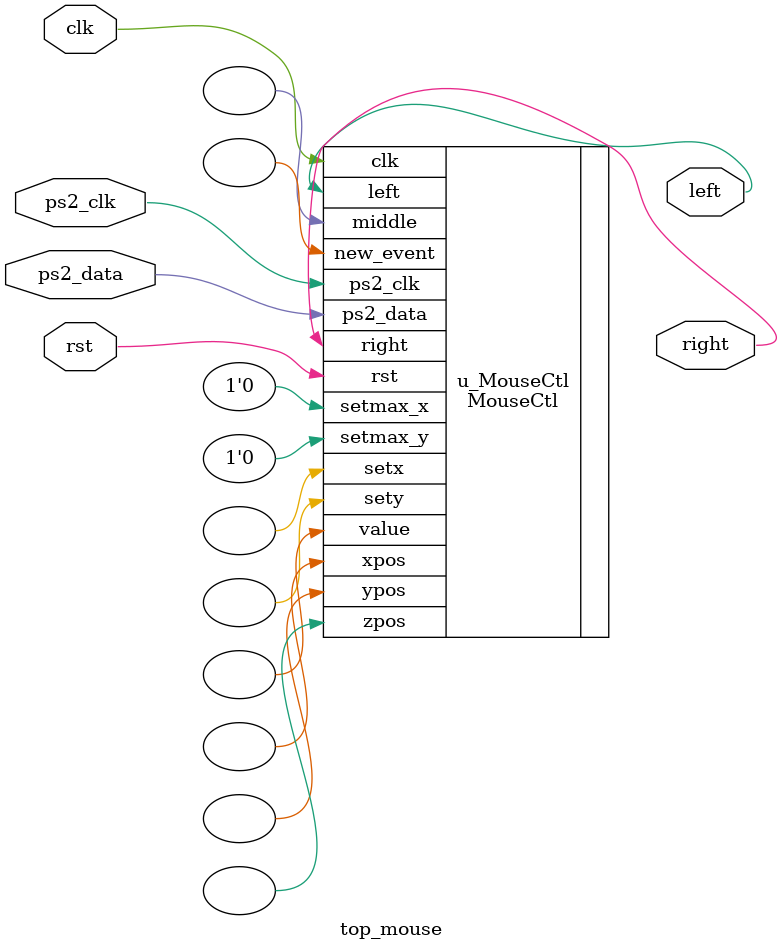
<source format=sv>
/*
 Module name:   top_mouse
 Author:        Wojciech Miskowicz
 Last modified: 2023-06-25
 Description:  Top module for mouse signals
 */
//////////////////////////////////////////////////////////////////////////////

 `timescale 1 ns / 1 ps

 module top_mouse (
     input  wire clk,
     input  wire rst,
     
     inout  ps2_clk,
     inout  ps2_data,

     output logic right,
     output logic left
 );


 MouseCtl u_MouseCtl(
    .clk(clk),
    .rst,
    .xpos(),
    .ypos(),
    .ps2_clk,
    .ps2_data,
    .zpos(),
    .left(left),
    .middle(),
    .right(right),
    .new_event(),
    .value(),
    .setx(),
    .sety(),
    .setmax_x('0),
    .setmax_y('0)
 );

 endmodule
</source>
